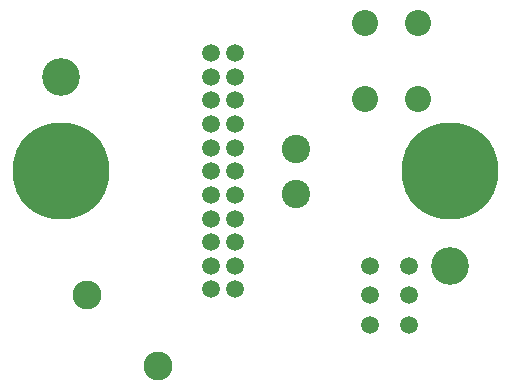
<source format=gts>
G04*
G04 #@! TF.GenerationSoftware,Altium Limited,Altium Designer,20.1.8 (145)*
G04*
G04 Layer_Color=8388736*
%FSTAX43Y43*%
%MOMM*%
G71*
G04*
G04 #@! TF.SameCoordinates,A8A15C78-E013-4D0F-9F8A-AB315E05CE4F*
G04*
G04*
G04 #@! TF.FilePolarity,Negative*
G04*
G01*
G75*
%ADD10C,1.503*%
%ADD11C,2.403*%
%ADD12C,3.203*%
%ADD13C,2.203*%
%ADD14C,2.453*%
%ADD15C,8.203*%
D10*
X009325Y0085D02*
D03*
Y0083D02*
D03*
Y0081D02*
D03*
Y0079D02*
D03*
Y0077D02*
D03*
Y0075D02*
D03*
Y0073D02*
D03*
Y0071D02*
D03*
Y0069D02*
D03*
Y0067D02*
D03*
Y0065D02*
D03*
X009125Y0081D02*
D03*
Y0083D02*
D03*
Y0085D02*
D03*
Y0073D02*
D03*
Y0075D02*
D03*
Y0077D02*
D03*
Y0079D02*
D03*
Y0065D02*
D03*
Y0067D02*
D03*
Y0069D02*
D03*
Y0071D02*
D03*
X01047Y0067D02*
D03*
Y00645D02*
D03*
Y0062D02*
D03*
X0108Y0067D02*
D03*
Y00645D02*
D03*
Y0062D02*
D03*
D11*
X00984Y007305D02*
D03*
Y007686D02*
D03*
D12*
X01115Y0067D02*
D03*
X00785Y0083D02*
D03*
D13*
X0104289Y0081095D02*
D03*
X0108789D02*
D03*
X0104289Y0087595D02*
D03*
X0108789D02*
D03*
D14*
X008075Y00645D02*
D03*
X008675Y00585D02*
D03*
D15*
X01115Y0075D02*
D03*
X00785D02*
D03*
M02*

</source>
